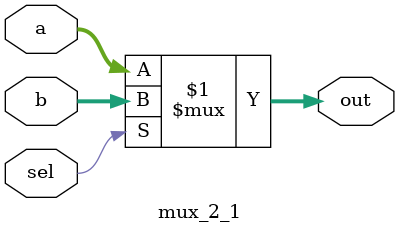
<source format=v>
module mux_2_1(a , b, sel, out);

	input [31:0] a,b;
	input sel;
	
	output [31:0] out;
	
	assign out = sel ? b : a;

endmodule

</source>
